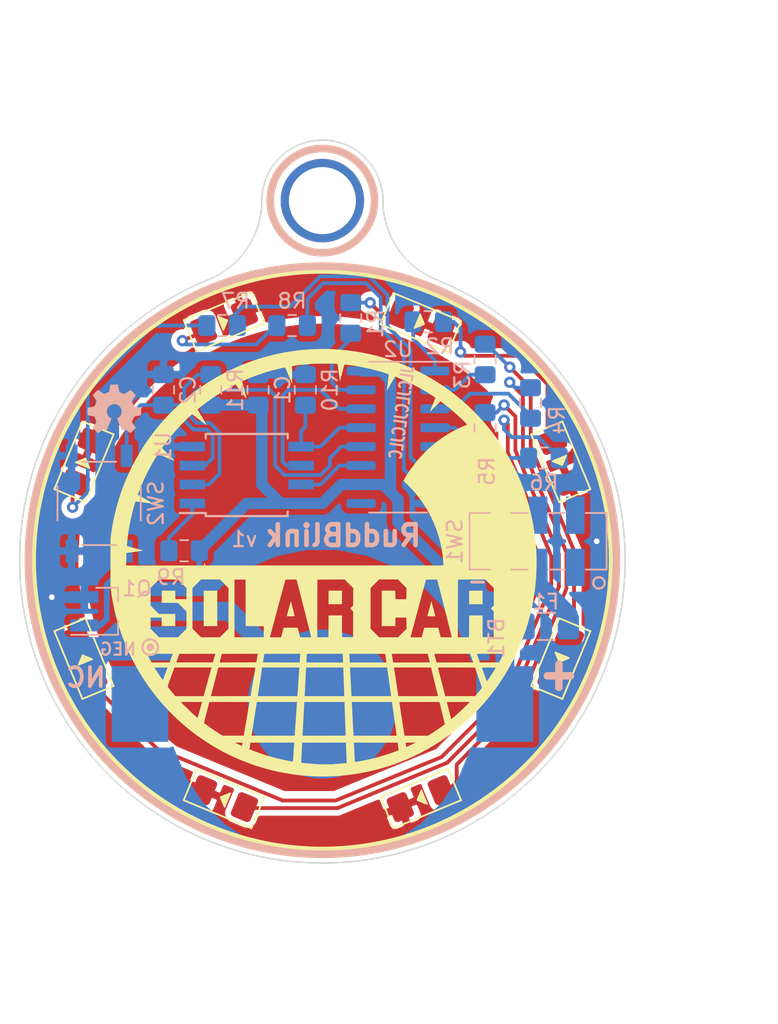
<source format=kicad_pcb>
(kicad_pcb (version 20211014) (generator pcbnew)
  (title_block (title "RuddBlink v1") (date "2019-10-31") (rev "A") (company "Ruddock House Electrical Engineering") (comment 1 "California Institute of Technology") (comment 2 "B.S. EE, Ruddock House, Class of 2020") (comment 3 "Ray Sun"))
  (layers (0 "F.Cu" signal) (31 "B.Cu" signal) (34 "B.Paste" user) (35 "F.Paste" user) (36 "B.SilkS" user "B.Silkscreen") (37 "F.SilkS" user "F.Silkscreen") (38 "B.Mask" user) (39 "F.Mask" user) (44 "Edge.Cuts" user))
  (net 0 "")
  (net 1 "GND")
  (net 2 "Net-(D1-Pad2)")
  (net 3 "Net-(D2-Pad2)")
  (net 4 "Net-(D3-Pad2)")
  (net 5 "Net-(D4-Pad2)")
  (net 6 "Net-(D5-Pad2)")
  (net 7 "Net-(D6-Pad2)")
  (net 8 "Net-(D7-Pad2)")
  (net 9 "Net-(D8-Pad2)")
  (net 10 "Net-(F1-Pad2)")
  (net 11 "Net-(SW1-Pad3)")
  (net 12 "Net-(U2-Pad9)")
  (net 13 "/BAT+")
  (net 14 "/BAT-")
  (net 15 "/USER")
  (net 16 "/RESET")
  (net 17 "/SER")
  (net 18 "/~{OE}")
  (net 19 "/RCLK")
  (net 20 "/SRCLK")
  (net 21 "VDD")
  (net 22 "/LED1")
  (net 23 "/LED2")
  (net 24 "/LED3")
  (net 25 "/LED4")
  (net 26 "/LED5")
  (net 27 "/LED6")
  (net 28 "/LED7")
  (net 29 "/LED8")
  (net 30 "Net-(H1-Pad1)")
  (net 31 "Net-(SW1-Pad6)")
  (net 32 "Net-(SW1-Pad5)")
  (net 33 "Net-(SW1-Pad4)")
  (footprint "ruddblink:LED_1206_Uniform_HandSolder" (layer "F.Cu") (at 126.238 107.696 -112.5)
    (fp_text reference "D7" hide)
    (fp_text value " 150120BS75000 ")
    (pad "1" smd roundrect locked (at -1.4875 0 247.5) (size 1.425 1.75) (layers "F.Cu" "F.Paste" "F.Mask") (roundrect_rratio 0.175439) (net 1 "GND"))
    (pad "2" smd roundrect locked (at 1.4875 0 247.5) (size 1.425 1.75) (layers "F.Cu" "F.Paste" "F.Mask") (roundrect_rratio 0.175439) (net 8 "Net-(D7-Pad2)"))
  )
  (footprint "ruddblink:LED_1206_Uniform_HandSolder" (layer "F.Cu") (at 148.844 130.302 22.5)
    (fp_text reference "D4" hide)
    (fp_text value " 150120BS75000 ")
    (pad "1" smd roundrect locked (at -1.4875 0 22.5) (size 1.425 1.75) (layers "F.Cu" "F.Paste" "F.Mask") (roundrect_rratio 0.175439) (net 1 "GND"))
    (pad "2" smd roundrect locked (at 1.4875 0 22.5) (size 1.425 1.75) (layers "F.Cu" "F.Paste" "F.Mask") (roundrect_rratio 0.175439) (net 5 "Net-(D4-Pad2)"))
  )
  (footprint "ruddblink:LED_1206_Uniform_HandSolder" (layer "F.Cu") (at 135.636 130.302 -22.5)
    (fp_text reference "D5" hide)
    (fp_text value " 150120BS75000 ")
    (pad "1" smd roundrect locked (at -1.4875 0 337.5) (size 1.425 1.75) (layers "F.Cu" "F.Paste" "F.Mask") (roundrect_rratio 0.175439) (net 1 "GND"))
    (pad "2" smd roundrect locked (at 1.4875 0 337.5) (size 1.425 1.75) (layers "F.Cu" "F.Paste" "F.Mask") (roundrect_rratio 0.175439) (net 6 "Net-(D5-Pad2)"))
  )
  (footprint "ruddblink:LED_1206_Uniform_HandSolder" (layer "F.Cu") (at 135.636 98.298 -157.5)
    (fp_text reference "D8" hide)
    (fp_text value " 150120BS75000 ")
    (pad "1" smd roundrect locked (at -1.4875 0 202.5) (size 1.425 1.75) (layers "F.Cu" "F.Paste" "F.Mask") (roundrect_rratio 0.175439) (net 1 "GND"))
    (pad "2" smd roundrect locked (at 1.4875 0 202.5) (size 1.425 1.75) (layers "F.Cu" "F.Paste" "F.Mask") (roundrect_rratio 0.175439) (net 9 "Net-(D8-Pad2)"))
  )
  (footprint "ruddblink:LED_1206_Uniform_HandSolder" (layer "F.Cu") (at 158.242 107.696 112.5)
    (fp_text reference "D2" hide)
    (fp_text value " 150120BS75000 ")
    (pad "1" smd roundrect locked (at -1.4875 0 112.5) (size 1.425 1.75) (layers "F.Cu" "F.Paste" "F.Mask") (roundrect_rratio 0.175439) (net 1 "GND"))
    (pad "2" smd roundrect locked (at 1.4875 0 112.5) (size 1.425 1.75) (layers "F.Cu" "F.Paste" "F.Mask") (roundrect_rratio 0.175439) (net 3 "Net-(D2-Pad2)"))
  )
  (footprint "ruddblink:LED_1206_Uniform_HandSolder" (layer "F.Cu") (at 158.242 120.904 67.5)
    (fp_text reference "D3" hide)
    (fp_text value " 150120BS75000 ")
    (pad "1" smd roundrect locked (at -1.4875 0 67.5) (size 1.425 1.75) (layers "F.Cu" "F.Paste" "F.Mask") (roundrect_rratio 0.175439) (net 1 "GND"))
    (pad "2" smd roundrect locked (at 1.4875 0 67.5) (size 1.425 1.75) (layers "F.Cu" "F.Paste" "F.Mask") (roundrect_rratio 0.175439) (net 4 "Net-(D3-Pad2)"))
  )
  (footprint "ruddblink:LED_1206_Uniform_HandSolder" (layer "F.Cu") (at 148.844 98.359242 157.5)
    (fp_text reference "D1" hide)
    (fp_text value " 150120BS75000 ")
    (pad "1" smd roundrect locked (at -1.4875 0 157.5) (size 1.425 1.75) (layers "F.Cu" "F.Paste" "F.Mask") (roundrect_rratio 0.175439) (net 1 "GND"))
    (pad "2" smd roundrect locked (at 1.4875 0 157.5) (size 1.425 1.75) (layers "F.Cu" "F.Paste" "F.Mask") (roundrect_rratio 0.175439) (net 2 "Net-(D1-Pad2)"))
  )
  (footprint "ruddblink:LED_1206_Uniform_HandSolder" (layer "F.Cu") (at 126.238 120.904 -67.5)
    (fp_text reference "D6" hide)
    (fp_text value " 150120BS75000 ")
    (pad "1" smd roundrect locked (at -1.4875 0 292.5) (size 1.425 1.75) (layers "F.Cu" "F.Paste" "F.Mask") (roundrect_rratio 0.175439) (net 1 "GND"))
    (pad "2" smd roundrect locked (at 1.4875 0 292.5) (size 1.425 1.75) (layers "F.Cu" "F.Paste" "F.Mask") (roundrect_rratio 0.175439) (net 7 "Net-(D6-Pad2)"))
  )
  (footprint "ruddblink:MountingHole_Keyring" (layer "F.Cu") (at 142.24 90.17)
    (fp_text reference "H1" hide)
    (fp_text value "KEYHOLE")
    (pad "1" thru_hole circle locked (at 0 0) (size 5.6 5.6) (drill 4.5) (layers *.Cu *.Mask) (net 30 "Net-(H1-Pad1)"))
  )
  (footprint "scsc_logo:sun+solar_mask_1in2" (layer "F.Cu") (at 142.367 114.554)
    (fp_text reference "G***" (at 10.8204 -2.0828) (layer "F.SilkS") (effects (font (size 1.524 1.524) (thickness 0.3))))
    (fp_text value "" hide)
  )
  (footprint "scsc_logo:background_reduced_silk_1in2" (layer "F.Cu") (at 142.367 114.554)
    (fp_text reference "G***" (at 10.6172 -3.175) (layer "F.SilkS") (effects (font (size 1.524 1.524) (thickness 0.3))))
    (fp_text value "" hide)
  )
  (footprint "Package_SO:SOIJ-8_5.3x5.3mm_P1.27mm" (layer "B.Cu") (at 137.16 108.585)
    (fp_text reference "U1" (at -5.588 -1.905 90) (layer "B.SilkS") (effects (justify mirror)))
    (fp_text value "ATtiny85V-10SU")
    (pad "1" smd rect locked (at -3.65 1.905) (size 1.7 0.65) (layers "B.Cu" "B.Paste" "B.Mask") (net 16 "/RESET"))
    (pad "2" smd rect locked (at -3.65 0.635) (size 1.7 0.65) (layers "B.Cu" "B.Paste" "B.Mask") (net 19 "/RCLK"))
    (pad "3" smd rect locked (at -3.65 -0.635) (size 1.7 0.65) (layers "B.Cu" "B.Paste" "B.Mask") (net 15 "/USER"))
    (pad "4" smd rect locked (at -3.65 -1.905) (size 1.7 0.65) (layers "B.Cu" "B.Paste" "B.Mask") (net 1 "GND"))
    (pad "5" smd rect locked (at 3.65 -1.905) (size 1.7 0.65) (layers "B.Cu" "B.Paste" "B.Mask") (net 18 "/~{OE}"))
    (pad "6" smd rect locked (at 3.65 -0.635) (size 1.7 0.65) (layers "B.Cu" "B.Paste" "B.Mask") (net 17 "/SER"))
    (pad "7" smd rect locked (at 3.65 0.635) (size 1.7 0.65) (layers "B.Cu" "B.Paste" "B.Mask") (net 20 "/SRCLK"))
    (pad "8" smd rect locked (at 3.65 1.905) (size 1.7 0.65) (layers "B.Cu" "B.Paste" "B.Mask") (net 21 "VDD"))
  )
  (footprint "Package_TO_SOT_SMD:SOT-23_Handsoldering" (layer "B.Cu") (at 127.762 117.729)
    (fp_text reference "Q1" (at 2.032 -1.524) (layer "B.SilkS") (effects (justify mirror)))
    (fp_text value " IRFML8244")
    (pad "1" smd rect locked (at -1.5 0.95) (size 1.9 0.8) (layers "B.Cu" "B.Paste" "B.Mask") (net 21 "VDD"))
    (pad "2" smd rect locked (at -1.5 -0.95) (size 1.9 0.8) (layers "B.Cu" "B.Paste" "B.Mask") (net 1 "GND"))
    (pad "3" smd rect locked (at 1.5 0) (size 1.9 0.8) (layers "B.Cu" "B.Paste" "B.Mask") (net 14 "/BAT-"))
  )
  (footprint "Resistor_SMD:R_0805_2012Metric_Pad1.15x1.40mm_HandSolder" (layer "B.Cu") (at 141.097 102.87 90)
    (fp_text reference "R10" (at 0 1.65 90) (layer "B.SilkS") (effects (justify mirror)))
    (fp_text value "10K")
    (pad "1" smd roundrect locked (at -1.025 0 90) (size 1.15 1.4) (layers "B.Cu" "B.Paste" "B.Mask") (roundrect_rratio 0.217391) (net 18 "/~{OE}"))
    (pad "2" smd roundrect locked (at 1.025 0 90) (size 1.15 1.4) (layers "B.Cu" "B.Paste" "B.Mask") (roundrect_rratio 0.217) (net 1 "GND") (clearance 0.000203))
  )
  (footprint "ruddblink:BatteryHolder_Keystone_3034_Wide" (layer "B.Cu") (at 142.24 123.952 180)
    (fp_text reference "BT1" (at -11.684 4.445 90) (layer "B.SilkS") (effects (justify mirror)))
    (fp_text value "3034")
    (pad "1" smd rect locked (at -12.2428 0 180) (size 3.81 5.08) (layers "B.Cu" "B.Paste" "B.Mask") (net 13 "/BAT+"))
    (pad "1" smd rect locked (at 12.2428 0 180) (size 3.81 5.08) (layers "B.Cu" "B.Paste" "B.Mask") (net 13 "/BAT+"))
    (pad "2" smd circle locked (at 0 0 180) (size 10 10) (layers "B.Cu" "B.Paste" "B.Mask") (net 14 "/BAT-") (clearance 5.334))
  )
  (footprint "ruddblink:SW_Push_PTS526" (layer "B.Cu") (at 127.254 110.49 90)
    (fp_text reference "SW2" (at 0 3.81 90) (layer "B.SilkS") (effects (justify mirror)))
    (fp_text value "PTS526 SK15 SMTR2 LFS ")
    (pad "1" smd rect locked (at -3.2 1.85 90) (size 1.5 0.8) (layers "B.Cu" "B.Paste" "B.Mask") (net 15 "/USER"))
    (pad "1" smd rect locked (at 3.2 1.85 90) (size 1.5 0.8) (layers "B.Cu" "B.Paste" "B.Mask") (net 15 "/USER"))
    (pad "2" smd rect locked (at -3.2 -1.85 90) (size 1.5 0.8) (layers "B.Cu" "B.Paste" "B.Mask") (net 1 "GND"))
    (pad "2" smd rect locked (at 3.2 -1.85 90) (size 1.5 0.8) (layers "B.Cu" "B.Paste" "B.Mask") (net 1 "GND"))
  )
  (footprint "Resistor_SMD:R_0805_2012Metric_Pad1.15x1.40mm_HandSolder" (layer "B.Cu") (at 157.108 107.442)
    (fp_text reference "R6" (at 0 1.65) (layer "B.SilkS") (effects (justify mirror)))
    (fp_text value "R")
    (pad "1" smd roundrect locked (at -1.025 0) (size 1.15 1.4) (layers "B.Cu" "B.Paste" "B.Mask") (roundrect_rratio 0.217391) (net 27 "/LED6"))
    (pad "2" smd roundrect locked (at 1.025 0) (size 1.15 1.4) (layers "B.Cu" "B.Paste" "B.Mask") (roundrect_rratio 0.217391) (net 7 "Net-(D6-Pad2)"))
  )
  (footprint "Resistor_SMD:R_0805_2012Metric_Pad1.15x1.40mm_HandSolder" (layer "B.Cu") (at 153.162 105.419 90)
    (fp_text reference "R5" (at -2.912 0.127 90) (layer "B.SilkS") (effects (justify mirror)))
    (fp_text value "R")
    (pad "1" smd roundrect locked (at -1.025 0 90) (size 1.15 1.4) (layers "B.Cu" "B.Paste" "B.Mask") (roundrect_rratio 0.217391) (net 26 "/LED5"))
    (pad "2" smd roundrect locked (at 1.025 0 90) (size 1.15 1.4) (layers "B.Cu" "B.Paste" "B.Mask") (roundrect_rratio 0.217391) (net 6 "Net-(D5-Pad2)"))
  )
  (footprint "Capacitor_SMD:C_0805_2012Metric_Pad1.15x1.40mm_HandSolder" (layer "B.Cu") (at 137.922 102.87 90)
    (fp_text reference "C1" (at 0 1.65 90) (layer "B.SilkS") (effects (justify mirror)))
    (fp_text value "0.1uF")
    (pad "1" smd roundrect locked (at -1.025 0 90) (size 1.15 1.4) (layers "B.Cu" "B.Paste" "B.Mask") (roundrect_rratio 0.217391) (net 21 "VDD"))
    (pad "2" smd roundrect locked (at 1.025 0 90) (size 1.15 1.4) (layers "B.Cu" "B.Paste" "B.Mask") (roundrect_rratio 0.217391) (net 1 "GND"))
  )
  (footprint "Resistor_SMD:R_0805_2012Metric_Pad1.15x1.40mm_HandSolder" (layer "B.Cu") (at 156.21 103.75 90)
    (fp_text reference "R4" (at -1.152 1.778 90) (layer "B.SilkS") (effects (justify mirror)))
    (fp_text value "R")
    (pad "1" smd roundrect locked (at -1.025 0 90) (size 1.15 1.4) (layers "B.Cu" "B.Paste" "B.Mask") (roundrect_rratio 0.217391) (net 25 "/LED4"))
    (pad "2" smd roundrect locked (at 1.025 0 90) (size 1.15 1.4) (layers "B.Cu" "B.Paste" "B.Mask") (roundrect_rratio 0.217391) (net 5 "Net-(D4-Pad2)"))
  )
  (footprint "Resistor_SMD:R_0805_2012Metric_Pad1.15x1.40mm_HandSolder" (layer "B.Cu") (at 134.747 102.87 90)
    (fp_text reference "R11" (at 0 1.65 90) (layer "B.SilkS") (effects (justify mirror)))
    (fp_text value "10K")
    (pad "1" smd roundrect locked (at -1.025 0 90) (size 1.15 1.4) (layers "B.Cu" "B.Paste" "B.Mask") (roundrect_rratio 0.217391) (net 21 "VDD"))
    (pad "2" smd roundrect locked (at 1.025 0 90) (size 1.15 1.4) (layers "B.Cu" "B.Paste" "B.Mask") (roundrect_rratio 0.217391) (net 15 "/USER"))
  )
  (footprint "Resistor_SMD:R_0805_2012Metric_Pad1.15x1.40mm_HandSolder" (layer "B.Cu") (at 132.96 113.665 180)
    (fp_text reference "R9" (at 0.88 -1.778) (layer "B.SilkS") (effects (justify mirror)))
    (fp_text value "10K")
    (pad "1" smd roundrect locked (at -1.025 0 180) (size 1.15 1.4) (layers "B.Cu" "B.Paste" "B.Mask") (roundrect_rratio 0.217391) (net 21 "VDD"))
    (pad "2" smd roundrect locked (at 1.025 0 180) (size 1.15 1.4) (layers "B.Cu" "B.Paste" "B.Mask") (roundrect_rratio 0.217391) (net 16 "/RESET"))
  )
  (footprint "Resistor_SMD:R_0805_2012Metric_Pad1.15x1.40mm_HandSolder" (layer "B.Cu") (at 149.343 98.298)
    (fp_text reference "R2" (at 0.771 1.651) (layer "B.SilkS") (effects (justify mirror)))
    (fp_text value "R")
    (pad "1" smd roundrect locked (at -1.025 0) (size 1.15 1.4) (layers "B.Cu" "B.Paste" "B.Mask") (roundrect_rratio 0.217391) (net 23 "/LED2"))
    (pad "2" smd roundrect locked (at 1.025 0) (size 1.15 1.4) (layers "B.Cu" "B.Paste" "B.Mask") (roundrect_rratio 0.217391) (net 3 "Net-(D2-Pad2)"))
  )
  (footprint "Resistor_SMD:R_0805_2012Metric_Pad1.15x1.40mm_HandSolder" (layer "B.Cu") (at 135.509 98.552 180)
    (fp_text reference "R7" (at -0.889 1.65) (layer "B.SilkS") (effects (justify mirror)))
    (fp_text value "R")
    (pad "1" smd roundrect locked (at -1.025 0 180) (size 1.15 1.4) (layers "B.Cu" "B.Paste" "B.Mask") (roundrect_rratio 0.217391) (net 28 "/LED7"))
    (pad "2" smd roundrect locked (at 1.025 0 180) (size 1.15 1.4) (layers "B.Cu" "B.Paste" "B.Mask") (roundrect_rratio 0.217391) (net 8 "Net-(D7-Pad2)"))
  )
  (footprint "Package_SO:SOIC-16_3.9x9.9mm_P1.27mm" (layer "B.Cu") (at 147.32 106.045 180)
    (fp_text reference "U2" (at 0 5.9) (layer "B.SilkS") (effects (justify mirror)))
    (fp_text value "74HC595")
    (pad "1" smd roundrect locked (at -2.475 4.445 180) (size 1.95 0.6) (layers "B.Cu" "B.Paste" "B.Mask") (net 23 "/LED2"))
    (pad "2" smd roundrect locked (at -2.475 3.175 180) (size 1.95 0.6) (layers "B.Cu" "B.Paste" "B.Mask") (net 24 "/LED3"))
    (pad "3" smd roundrect locked (at -2.475 1.905 180) (size 1.95 0.6) (layers "B.Cu" "B.Paste" "B.Mask") (net 25 "/LED4"))
    (pad "4" smd roundrect locked (at -2.475 0.635 180) (size 1.95 0.6) (layers "B.Cu" "B.Paste" "B.Mask") (net 26 "/LED5"))
    (pad "5" smd roundrect locked (at -2.475 -0.635 180) (size 1.95 0.6) (layers "B.Cu" "B.Paste" "B.Mask") (net 27 "/LED6"))
    (pad "6" smd roundrect locked (at -2.475 -1.905 180) (size 1.95 0.6) (layers "B.Cu" "B.Paste" "B.Mask") (net 28 "/LED7"))
    (pad "7" smd roundrect locked (at -2.475 -3.175 180) (size 1.95 0.6) (layers "B.Cu" "B.Paste" "B.Mask") (net 29 "/LED8"))
    (pad "8" smd roundrect locked (at -2.475 -4.445 180) (size 1.95 0.6) (layers "B.Cu" "B.Paste" "B.Mask") (net 1 "GND"))
    (pad "9" smd roundrect locked (at 2.475 -4.445 180) (size 1.95 0.6) (layers "B.Cu" "B.Paste" "B.Mask") (net 12 "Net-(U2-Pad9)"))
    (pad "10" smd roundrect locked (at 2.475 -3.175 180) (size 1.95 0.6) (layers "B.Cu" "B.Paste" "B.Mask") (net 21 "VDD"))
    (pad "11" smd roundrect locked (at 2.475 -1.905 180) (size 1.95 0.6) (layers "B.Cu" "B.Paste" "B.Mask") (net 20 "/SRCLK"))
    (pad "12" smd roundrect locked (at 2.475 -0.635 180) (size 1.95 0.6) (layers "B.Cu" "B.Paste" "B.Mask") (net 19 "/RCLK"))
    (pad "13" smd roundrect locked (at 2.475 0.635 180) (size 1.95 0.6) (layers "B.Cu" "B.Paste" "B.Mask") (net 18 "/~{OE}"))
    (pad "14" smd roundrect locked (at 2.475 1.905 180) (size 1.95 0.6) (layers "B.Cu" "B.Paste" "B.Mask") (net 17 "/SER"))
    (pad "15" smd roundrect locked (at 2.475 3.175 180) (size 1.95 0.6) (layers "B.Cu" "B.Paste" "B.Mask") (net 22 "/LED1"))
    (pad "16" smd roundrect locked (at 2.475 4.445 180) (size 1.95 0.6) (layers "B.Cu" "B.Paste" "B.Mask") (net 21 "VDD"))
  )
  (footprint "Resistor_SMD:R_0805_2012Metric_Pad1.15x1.40mm_HandSolder" (layer "B.Cu") (at 144.145 98.044 90)
    (fp_text reference "R1" (at -0.381 1.651 90) (layer "B.SilkS") (effects (justify mirror)))
    (fp_text value "R")
    (pad "1" smd roundrect locked (at -1.025 0 90) (size 1.15 1.4) (layers "B.Cu" "B.Paste" "B.Mask") (roundrect_rratio 0.217391) (net 22 "/LED1"))
    (pad "2" smd roundrect locked (at 1.025 0 90) (size 1.15 1.4) (layers "B.Cu" "B.Paste" "B.Mask") (roundrect_rratio 0.217391) (net 2 "Net-(D1-Pad2)"))
  )
  (footprint "Resistor_SMD:R_0805_2012Metric_Pad1.15x1.40mm_HandSolder" (layer "B.Cu") (at 153.162 100.829 90)
    (fp_text reference "R3" (at -1.025 -1.524 90) (layer "B.SilkS") (effects (justify mirror)))
    (fp_text value "R")
    (pad "1" smd roundrect locked (at -1.025 0 90) (size 1.15 1.4) (layers "B.Cu" "B.Paste" "B.Mask") (roundrect_rratio 0.217391) (net 24 "/LED3"))
    (pad "2" smd roundrect locked (at 1.025 0 90) (size 1.15 1.4) (layers "B.Cu" "B.Paste" "B.Mask") (roundrect_rratio 0.217391) (net 4 "Net-(D3-Pad2)"))
  )
  (footprint "Resistor_SMD:R_0805_2012Metric_Pad1.15x1.40mm_HandSolder" (layer "B.Cu") (at 140.208 98.552 180)
    (fp_text reference "R8" (at 0 1.65 180) (layer "B.SilkS") (effects (justify mirror)))
    (fp_text value "R")
    (pad "1" smd roundrect locked (at -1.025 0 180) (size 1.15 1.4) (layers "B.Cu" "B.Paste" "B.Mask") (roundrect_rratio 0.217391) (net 29 "/LED8"))
    (pad "2" smd roundrect locked (at 1.025 0 180) (size 1.15 1.4) (layers "B.Cu" "B.Paste" "B.Mask") (roundrect_rratio 0.217391) (net 9 "Net-(D8-Pad2)"))
  )
  (footprint "Fuse:Fuse_1206_3216Metric_Pad1.42x1.75mm_HandSolder" (layer "B.Cu") (at 157.2625 118.745)
    (fp_text reference "F1" (at -0.0365 -1.651) (layer "B.SilkS") (effects (justify mirror)))
    (fp_text value " 0ZCJ0005FF2E ")
    (pad "1" smd roundrect locked (at -1.4875 0) (size 1.425 1.75) (layers "B.Cu" "B.Paste" "B.Mask") (roundrect_rratio 0.175439) (net 13 "/BAT+"))
    (pad "2" smd roundrect locked (at 1.4875 0) (size 1.425 1.75) (layers "B.Cu" "B.Paste" "B.Mask") (roundrect_rratio 0.175439) (net 10 "Net-(F1-Pad2)"))
  )
  (footprint "Capacitor_SMD:C_0805_2012Metric_Pad1.15x1.40mm_HandSolder" (layer "B.Cu") (at 131.572 102.87 90)
    (fp_text reference "C2" (at 0 1.65 90) (layer "B.SilkS") (effects (justify mirror)))
    (fp_text value "0.1uF")
    (pad "1" smd roundrect locked (at -1.025 0 90) (size 1.15 1.4) (layers "B.Cu" "B.Paste" "B.Mask") (roundrect_rratio 0.217391) (net 15 "/USER"))
    (pad "2" smd roundrect locked (at 1.025 0 90) (size 1.15 1.4) (layers "B.Cu" "B.Paste" "B.Mask") (roundrect_rratio 0.217) (net 1 "GND") (clearance 0.2032))
  )
  (footprint "ruddblink:OSHW-Symbol_140mil" (layer "B.Cu") (at 128.27 104.14 180)
    (fp_text reference "G***" hide)
    (fp_text value "LOGO" hide)
  )
  (footprint "ruddblink:SW_SPDT_CK-JS202011JCQN" (layer "B.Cu") (at 156.718 113.03)
    (fp_text reference "SW1" (at -5.588 0 90) (layer "B.SilkS") (effects (justify mirror)))
    (fp_text value "JS202011JCQN" hide)
    (pad "1" smd rect locked (at -2.5 1.75) (size 1.25 2.5) (layers "B.Cu" "B.Paste" "B.Mask") (net 21 "VDD"))
    (pad "2" smd rect locked (at 0 1.75) (size 1.25 2.5) (layers "B.Cu" "B.Paste" "B.Mask") (net 10 "Net-(F1-Pad2)"))
    (pad "3" smd rect locked (at 2.5 1.75) (size 1.25 2.5) (layers "B.Cu" "B.Paste" "B.Mask") (net 11 "Net-(SW1-Pad3)"))
    (pad "4" smd rect locked (at -2.5 -1.75) (size 1.25 2.5) (layers "B.Cu" "B.Paste" "B.Mask" "Dwgs.User") (net 33 "Net-(SW1-Pad4)"))
    (pad "5" smd rect locked (at 0 -1.75) (size 1.25 2.5) (layers "B.Cu" "B.Paste" "B.Mask") (net 32 "Net-(SW1-Pad5)"))
    (pad "6" smd rect locked (at 2.5 -1.75) (size 1.25 2.5) (layers "B.Cu" "B.Paste" "B.Mask") (net 31 "Net-(SW1-Pad6)"))
  )
  (gr_circle (center 142.24 90.17) (end 145.74 90.17) (layer "B.SilkS") (width 0.508) (fill none))
  (gr_circle (center 142.24 114.3) (end 161.9758 114.3) (layer "B.SilkS") (width 0.508) (fill none))
  (gr_circle (center 130.683 120.142) (end 130.175 120.269) (layer "B.SilkS") (width 0.15) (fill none))
  (gr_circle (center 130.683 120.142) (end 130.81 120.142) (layer "B.SilkS") (width 0.254) (fill none))
  (gr_circle (center 160.802609 115.824) (end 161.183609 115.824) (layer "B.SilkS") (width 0.15) (fill none))
  (gr_circle (center 142.24 90.17) (end 145.74 90.17) (layer "F.SilkS") (width 0.508) (fill none))
  (gr_circle (center 142.24 114.3) (end 161.8488 114.3) (layer "F.SilkS") (width 0.762) (fill none))
  (gr_arc (start 138.176 90.17) (mid 142.24 86.106) (end 146.304 90.17) (layer "Edge.Cuts") (width 0.1))
  (gr_arc (start 138.176 90.17) (mid 137.168055 93.41112) (end 134.499758 95.508979) (layer "Edge.Cuts") (width 0.1))
  (gr_arc (start 149.984487 95.510597) (mid 147.313234 93.412991) (end 146.304 90.17) (layer "Edge.Cuts") (width 0.1))
  (gr_arc (start 149.98444 95.510709) (mid 142.237728 134.622739) (end 134.499758 95.508979) (layer "Edge.Cuts") (width 0.1))
  (gr_text "v1" (at 136.99744 112.8903) (layer "B.SilkS") (effects (font (size 1.016 1.016) (thickness 0.1524)) (justify mirror)))
  (gr_text "+" (at 158.115 121.92) (layer "B.SilkS") (effects (font (size 2.032 2.032) (thickness 0.508)) (justify mirror)))
  (gr_text "JLCJLCJLCJLC" (at 147.574 104.394 82) (layer "B.SilkS") (effects (font (size 0.8128 0.6096) (thickness 0.1524)) (justify mirror)))
  (gr_text "NC" (at 126.365 122.174) (layer "B.SilkS") (effects (font (size 1.27 1.27) (thickness 0.254)) (justify mirror)))
  (gr_text "NEG" (at 128.524 120.269) (layer "B.SilkS") (effects (font (size 0.8128 0.8128) (thickness 0.1524)) (justify mirror)))
  (gr_text "-" (at 152.654 115.697) (layer "B.SilkS") (effects (font (size 1.016 1.016) (thickness 0.2032)) (justify mirror)))
  (gr_text "RuddBlink" (at 143.637 112.649) (layer "B.SilkS") (effects (font (size 1.397 1.397) (thickness 0.3048)) (justify mirror)))
  (via (at 160.655 113.03) (size 0.762) (drill 0.381) (layers "F.Cu" "B.Cu") (net 1))
  (via (at 124.079 116.779) (size 0.762) (drill 0.381) (layers "F.Cu" "B.Cu") (net 1))
  (segment (start 126.262 116.779) (end 124.079 116.779) (width 0.762) (layer "B.Cu") (net 1))
  (segment (start 147.447 97.79) (end 146.207835 97.79) (width 0.254) (layer "F.Cu") (net 2))
  (segment (start 146.207835 97.79) (end 145.826834 97.408999) (width 0.254) (layer "F.Cu") (net 2))
  (segment (start 145.826834 97.408999) (end 145.445835 97.028) (width 0.254) (layer "F.Cu") (net 2))
  (via (at 145.445835 97.028) (size 0.762) (drill 0.381) (layers "F.Cu" "B.Cu") (net 2))
  (segment (start 145.436835 97.019) (end 145.445835 97.028) (width 0.254) (layer "B.Cu") (net 2))
  (segment (start 144.145 97.019) (end 145.436835 97.019) (width 0.254) (layer "B.Cu") (net 2))
  (segment (start 151.511 100.33) (end 151.765 100.584) (width 0.254) (layer "F.Cu") (net 3))
  (segment (start 157.353 106.045) (end 157.607 106.299) (width 0.254) (layer "F.Cu") (net 3))
  (segment (start 155.448 100.584) (end 157.353 102.489) (width 0.254) (layer "F.Cu") (net 3))
  (segment (start 151.765 100.584) (end 155.448 100.584) (width 0.254) (layer "F.Cu") (net 3))
  (segment (start 157.353 102.489) (end 157.353 106.045) (width 0.254) (layer "F.Cu") (net 3))
  (via (at 151.511 100.33) (size 0.762) (drill 0.381) (layers "F.Cu" "B.Cu") (net 3))
  (segment (start 151.043 98.298) (end 151.511 98.766) (width 0.254) (layer "B.Cu") (net 3))
  (segment (start 151.511 98.766) (end 151.511 100.33) (width 0.254) (layer "B.Cu") (net 3))
  (segment (start 150.368 98.298) (end 151.043 98.298) (width 0.254) (layer "B.Cu") (net 3))
  (segment (start 158.877 119.634) (end 159.131 119.38) (width 0.254) (layer "F.Cu") (net 4))
  (segment (start 156.224598 102.7525) (end 154.818098 101.346) (width 0.254) (layer "F.Cu") (net 4))
  (segment (start 156.224598 106.665402) (end 156.224598 102.7525) (width 0.254) (layer "F.Cu") (net 4))
  (segment (start 159.131 119.38) (end 159.131 113.665) (width 0.254) (layer "F.Cu") (net 4))
  (segment (start 159.131 113.665) (end 156.224598 106.665402) (width 0.254) (layer "F.Cu") (net 4))
  (via (at 154.818098 101.346) (size 0.762) (drill 0.381) (layers "F.Cu" "B.Cu") (net 4))
  (segment (start 153.28 99.813) (end 154.813 101.346) (width 0.254) (layer "B.Cu") (net 4))
  (segment (start 154.813 101.346) (end 154.818098 101.346) (width 0.254) (layer "B.Cu") (net 4))
  (segment (start 153.162 99.813) (end 153.28 99.813) (width 0.254) (layer "B.Cu") (net 4))
  (segment (start 155.540254 123.663254) (end 158.623 116.205) (width 0.254) (layer "F.Cu") (net 5))
  (segment (start 151.257 128.016) (end 155.540254 123.663254) (width 0.254) (layer "F.Cu") (net 5))
  (segment (start 150.368 130.048) (end 151.257 129.159) (width 0.254) (layer "F.Cu") (net 5))
  (segment (start 158.623 113.792) (end 155.702 106.807) (width 0.254) (layer "F.Cu") (net 5))
  (segment (start 151.257 129.159) (end 151.257 128.016) (width 0.254) (layer "F.Cu") (net 5))
  (segment (start 155.702 103.251) (end 154.813 102.362) (width 0.254) (layer "F.Cu") (net 5))
  (segment (start 155.702 106.807) (end 155.702 103.251) (width 0.254) (layer "F.Cu") (net 5))
  (segment (start 158.623 116.205) (end 158.623 113.792) (width 0.254) (layer "F.Cu") (net 5))
  (via (at 154.813 102.362) (size 0.762) (drill 0.381) (layers "F.Cu" "B.Cu") (net 5))
  (segment (start 156.21 102.725) (end 155.282083 102.725) (width 0.254) (layer "B.Cu") (net 5))
  (segment (start 155.176 102.725) (end 154.813 102.362) (width 0.254) (layer "B.Cu") (net 5))
  (segment (start 155.282083 102.725) (end 155.176 102.725) (width 0.254) (layer "B.Cu") (net 5))
  (segment (start 158.115 113.919) (end 155.194 106.934) (width 0.254) (layer "F.Cu") (net 6))
  (segment (start 155.194 106.934) (end 155.194 104.64799) (width 0.254) (layer "F.Cu") (net 6))
  (segment (start 150.622 127.889) (end 155.067 123.444) (width 0.254) (layer "F.Cu") (net 6))
  (segment (start 143.256 130.937) (end 150.622 127.889) (width 0.254) (layer "F.Cu") (net 6))
  (segment (start 158.115 116.078) (end 158.115 113.919) (width 0.254) (layer "F.Cu") (net 6))
  (segment (start 136.652 130.937) (end 143.256 130.937) (width 0.254) (layer "F.Cu") (net 6))
  (segment (start 154.812999 104.266989) (end 154.432 103.88599) (width 0.254) (layer "F.Cu") (net 6))
  (segment (start 155.067 123.444) (end 158.115 116.078) (width 0.254) (layer "F.Cu") (net 6))
  (segment (start 155.194 104.64799) (end 154.812999 104.266989) (width 0.254) (layer "F.Cu") (net 6))
  (via (at 154.432 103.88599) (size 0.762) (drill 0.381) (layers "F.Cu" "B.Cu") (net 6))
  (segment (start 154.051001 104.266989) (end 154.432 103.88599) (width 0.254) (layer "B.Cu") (net 6))
  (segment (start 153.92399 104.394) (end 154.051001 104.266989) (width 0.254) (layer "B.Cu") (net 6))
  (segment (start 153.035 104.394) (end 153.92399 104.394) (width 0.254) (layer "B.Cu") (net 6))
  (segment (start 157.607 115.951) (end 154.686 123.063) (width 0.254) (layer "F.Cu") (net 7))
  (segment (start 154.434629 104.904629) (end 154.686 105.156) (width 0.254) (layer "F.Cu") (net 7))
  (segment (start 143.129 130.429) (end 139.573 130.429) (width 0.254) (layer "F.Cu") (net 7))
  (segment (start 126.746 122.555) (end 126.746 122.682) (width 0.254) (layer "F.Cu") (net 7))
  (segment (start 154.686 107.061) (end 157.607 114.046) (width 0.254) (layer "F.Cu") (net 7))
  (segment (start 154.686 123.063) (end 150.241 127.508) (width 0.254) (layer "F.Cu") (net 7))
  (segment (start 154.686 105.156) (end 154.686 107.061) (width 0.254) (layer "F.Cu") (net 7))
  (segment (start 139.573 130.429) (end 131.130388 126.939388) (width 0.254) (layer "F.Cu") (net 7))
  (segment (start 131.130388 126.939388) (end 126.746 122.555) (width 0.254) (layer "F.Cu") (net 7))
  (segment (start 157.607 114.046) (end 157.607 115.951) (width 0.254) (layer "F.Cu") (net 7))
  (segment (start 150.241 127.508) (end 143.129 130.429) (width 0.254) (layer "F.Cu") (net 7))
  (via (at 154.432 104.902) (size 0.762) (drill 0.381) (layers "F.Cu" "B.Cu") (net 7))
  (segment (start 158.133 107.442) (end 156.736 106.045) (width 0.254) (layer "B.Cu") (net 7))
  (segment (start 156.736 106.045) (end 154.956227 106.045) (width 0.254) (layer "B.Cu") (net 7))
  (segment (start 154.956227 106.045) (end 154.432 105.520773) (width 0.254) (layer "B.Cu") (net 7))
  (segment (start 154.432 105.520773) (end 154.432 104.902) (width 0.254) (layer "B.Cu") (net 7))
  (segment (start 125.476 109.263029) (end 125.476 110.744) (width 0.254) (layer "F.Cu") (net 8))
  (segment (start 125.668758 109.070271) (end 125.476 109.263029) (width 0.254) (layer "F.Cu") (net 8))
  (via (at 125.476 110.744) (size 0.762) (drill 0.381) (layers "F.Cu" "B.Cu") (net 8))
  (segment (start 130.8735 98.552) (end 126.492 102.9335) (width 0.254) (layer "B.Cu") (net 8))
  (segment (start 125.856999 110.363001) (end 125.476 110.744) (width 0.254) (layer "B.Cu") (net 8))
  (segment (start 134.357 98.806) (end 134.493 98.67) (width 0.254) (layer "B.Cu") (net 8))
  (segment (start 134.493 98.552) (end 130.8735 98.552) (width 0.254) (layer "B.Cu") (net 8))
  (segment (start 126.492 102.9335) (end 126.492 109.728) (width 0.254) (layer "B.Cu") (net 8))
  (segment (start 126.492 109.728) (end 125.856999 110.363001) (width 0.254) (layer "B.Cu") (net 8))
  (segment (start 134.366 99.441) (end 134.366 98.933) (width 0.254) (layer "F.Cu") (net 9))
  (segment (start 134.62 98.806) (end 132.842 99.568) (width 0.254) (layer "F.Cu") (net 9))
  (segment (start 134.261729 98.867242) (end 134.62 98.806) (width 0.254) (layer "F.Cu") (net 9))
  (via (at 132.842 99.568) (size 0.762) (drill 0.381) (layers "F.Cu" "B.Cu") (net 9))
  (segment (start 139.065 98.552) (end 137.795055 99.821945) (width 0.254) (layer "B.Cu") (net 9))
  (segment (start 137.795055 99.821945) (end 133.095945 99.821945) (width 0.254) (layer "B.Cu") (net 9))
  (segment (start 133.095945 99.821945) (end 132.842 99.568) (width 0.254) (layer "B.Cu") (net 9))
  (segment (start 158.75 117.983) (end 158.75 118.745) (width 1.27) (layer "B.Cu") (net 10))
  (segment (start 156.845 116.078) (end 158.75 117.983) (width 1.27) (layer "B.Cu") (net 10))
  (segment (start 156.718 115.951) (end 156.718 114.808) (width 1.27) (layer "B.Cu") (net 10))
  (segment (start 156.845 116.078) (end 156.718 115.951) (width 1.27) (layer "B.Cu") (net 10))
  (segment (start 154.4828 119.9642) (end 155.702 118.745) (width 1.27) (layer "B.Cu") (net 13))
  (segment (start 155.702 118.999) (end 155.702 118.872) (width 0.762) (layer "B.Cu") (net 13))
  (segment (start 154.4828 123.952) (end 154.4828 119.9642) (width 1.27) (layer "B.Cu") (net 13))
  (segment (start 136.017 117.729) (end 142.24 123.952) (width 1.27) (layer "B.Cu") (net 14))
  (segment (start 129.262 117.729) (end 136.017 117.729) (width 1.27) (layer "B.Cu") (net 14))
  (segment (start 133.477 107.95) (end 134.366 107.95) (width 0.254) (layer "B.Cu") (net 15))
  (segment (start 133.592407 105.537) (end 132.969 104.913593) (width 0.254) (layer "B.Cu") (net 15))
  (segment (start 134.366 107.95) (end 134.874 107.442) (width 0.254) (layer "B.Cu") (net 15))
  (segment (start 133.858 101.854) (end 134.747 101.854) (width 0.254) (layer "B.Cu") (net 15))
  (segment (start 134.874 107.442) (end 134.874 105.918) (width 0.254) (layer "B.Cu") (net 15))
  (segment (start 130.048 103.886) (end 129.104 104.83) (width 0.254) (layer "B.Cu") (net 15))
  (segment (start 132.969 104.902) (end 132.969 102.743) (width 0.254) (layer "B.Cu") (net 15))
  (segment (start 132.969 104.267) (end 132.588 103.886) (width 0.254) (layer "B.Cu") (net 15))
  (segment (start 134.493 105.537) (end 133.592407 105.537) (width 0.254) (layer "B.Cu") (net 15))
  (segment (start 132.969 102.743) (end 133.858 101.854) (width 0.254) (layer "B.Cu") (net 15))
  (segment (start 134.874 105.918) (end 134.493 105.537) (width 0.254) (layer "B.Cu") (net 15))
  (segment (start 132.588 103.886) (end 130.048 103.886) (width 0.254) (layer "B.Cu") (net 15))
  (segment (start 129.104 104.83) (end 129.104 107.29) (width 0.254) (layer "B.Cu") (net 15))
  (segment (start 133.51 110.49) (end 133.51 111.219) (width 0.254) (layer "B.Cu") (net 16))
  (segment (start 131.953 112.776) (end 131.953 113.538) (width 0.254) (layer "B.Cu") (net 16))
  (segment (start 131.953 113.538) (end 131.953 113.792) (width 0.254) (layer "B.Cu") (net 16))
  (segment (start 133.51 111.219) (end 131.953 112.776) (width 0.254) (layer "B.Cu") (net 16))
  (segment (start 142.113 102.87) (end 143.383 104.14) (width 0.254) (layer "B.Cu") (net 17))
  (segment (start 139.833 107.95) (end 139.573 107.69) (width 0.254) (layer "B.Cu") (net 17))
  (segment (start 139.573 107.69) (end 139.573 103.251) (width 0.254) (layer "B.Cu") (net 17))
  (segment (start 140.81 107.95) (end 139.833 107.95) (width 0.254) (layer "B.Cu") (net 17))
  (segment (start 143.383 104.14) (end 144.845 104.14) (width 0.254) (layer "B.Cu") (net 17))
  (segment (start 139.573 103.251) (end 139.954 102.87) (width 0.254) (layer "B.Cu") (net 17))
  (segment (start 139.954 102.87) (end 142.113 102.87) (width 0.254) (layer "B.Cu") (net 17))
  (segment (start 144.78 105.41) (end 143.383 105.41) (width 0.254) (layer "B.Cu") (net 18))
  (segment (start 140.09 106.562) (end 140.208 106.68) (width 0.254) (layer "B.Cu") (net 18))
  (segment (start 143.383 105.41) (end 142.113 106.68) (width 0.254) (layer "B.Cu") (net 18))
  (segment (start 140.81 105.6335) (end 140.81 106.68) (width 0.254) (layer "B.Cu") (net 18))
  (segment (start 141.097 105.3465) (end 140.81 105.6335) (width 0.254) (layer "B.Cu") (net 18))
  (segment (start 141.097 103.886) (end 141.097 105.3465) (width 0.254) (layer "B.Cu") (net 18))
  (segment (start 142.113 106.68) (end 140.462 106.68) (width 0.254) (layer "B.Cu") (net 18))
  (segment (start 142.748 107.95) (end 142.113 108.585) (width 0.254) (layer "B.Cu") (net 19))
  (segment (start 143.51 106.68) (end 142.748 107.442) (width 0.254) (layer "B.Cu") (net 19))
  (segment (start 142.748 107.442) (end 142.748 107.95) (width 0.254) (layer "B.Cu") (net 19))
  (segment (start 139.065 103.251) (end 138.684 102.87) (width 0.254) (layer "B.Cu") (net 19))
  (segment (start 134.682382 105.079789) (end 135.331211 105.728618) (width 0.254) (layer "B.Cu") (net 19))
  (segment (start 134.62 109.22) (end 133.477 109.22) (width 0.254) (layer "B.Cu") (net 19))
  (segment (start 139.7 108.585) (end 139.065 107.95) (width 0.254) (layer "B.Cu") (net 19))
  (segment (start 144.845 106.68) (end 143.51 106.68) (width 0.254) (layer "B.Cu") (net 19))
  (segment (start 139.065 107.95) (end 139.065 103.251) (width 0.254) (layer "B.Cu") (net 19))
  (segment (start 133.42621 104.72421) (end 133.781789 105.079789) (width 0.254) (layer "B.Cu") (net 19))
  (segment (start 135.331211 105.728618) (end 135.331211 108.508789) (width 0.254) (layer "B.Cu") (net 19))
  (segment (start 133.781789 105.079789) (end 134.682382 105.079789) (width 0.254) (layer "B.Cu") (net 19))
  (segment (start 138.684 102.87) (end 133.858 102.87) (width 0.254) (layer "B.Cu") (net 19))
  (segment (start 133.42621 103.30179) (end 133.42621 104.72421) (width 0.254) (layer "B.Cu") (net 19))
  (segment (start 133.858 102.87) (end 133.42621 103.30179) (width 0.254) (layer "B.Cu") (net 19))
  (segment (start 142.113 108.585) (end 139.7 108.585) (width 0.254) (layer "B.Cu") (net 19))
  (segment (start 135.331211 108.508789) (end 134.62 109.22) (width 0.254) (layer "B.Cu") (net 19))
  (segment (start 143.383 107.95) (end 144.145 107.95) (width 0.254) (layer "B.Cu") (net 20))
  (segment (start 142.113 109.22) (end 143.383 107.95) (width 0.254) (layer "B.Cu") (net 20))
  (segment (start 144.145 107.95) (end 144.78 107.95) (width 0.254) (layer "B.Cu") (net 20))
  (segment (start 140.716 109.22) (end 142.113 109.22) (width 0.254) (layer "B.Cu") (net 20))
  (segment (start 144.845 101.6) (end 146.177 101.6) (width 0.762) (layer "B.Cu") (net 21))
  (segment (start 146.177 101.6) (end 146.812 102.235) (width 0.762) (layer "B.Cu") (net 21))
  (segment (start 146.812 102.235) (end 146.812 109.728) (width 0.762) (layer "B.Cu") (net 21))
  (segment (start 146.812 109.728) (end 146.939 109.855) (width 0.762) (layer "B.Cu") (net 21))
  (segment (start 127.762 118.237) (end 127.32 118.679) (width 0.381) (layer "B.Cu") (net 21))
  (segment (start 133.604 115.189) (end 128.524 115.189) (width 0.381) (layer "B.Cu") (net 21))
  (segment (start 137.16 110.49) (end 133.985 113.665) (width 0.762) (layer "B.Cu") (net 21))
  (segment (start 133.985 114.808) (end 133.604 115.189) (width 0.381) (layer "B.Cu") (net 21))
  (segment (start 137.922 103.886) (end 134.62 103.886) (width 0.762) (layer "B.Cu") (net 21))
  (segment (start 138.176 109.22) (end 138.176 104.14) (width 0.762) (layer "B.Cu") (net 21))
  (segment (start 143.51 109.22) (end 142.24 110.49) (width 0.762) (layer "B.Cu") (net 21))
  (segment (start 142.24 110.49) (end 137.16 110.49) (width 0.762) (layer "B.Cu") (net 21))
  (segment (start 127.762 115.951) (end 127.762 118.237) (width 0.381) (layer "B.Cu") (net 21))
  (segment (start 146.304 109.22) (end 143.51 109.22) (width 0.762) (layer "B.Cu") (net 21))
  (segment (start 139.446 110.49) (end 138.176 109.22) (width 0.762) (layer "B.Cu") (net 21))
  (segment (start 138.176 104.14) (end 137.922 103.886) (width 0.762) (layer "B.Cu") (net 21))
  (segment (start 147.32 111.76) (end 147.32 110.236) (width 0.762) (layer "B.Cu") (net 21))
  (segment (start 133.985 113.665) (end 133.985 114.808) (width 0.381) (layer "B.Cu") (net 21))
  (segment (start 150.34 114.78) (end 147.32 111.76) (width 0.762) (layer "B.Cu") (net 21))
  (segment (start 154.345 114.78) (end 150.34 114.78) (width 0.762) (layer "B.Cu") (net 21))
  (segment (start 127.32 118.679) (end 126.262 118.679) (width 0.381) (layer "B.Cu") (net 21))
  (segment (start 147.32 110.236) (end 146.304 109.22) (width 0.762) (layer "B.Cu") (net 21))
  (segment (start 128.524 115.189) (end 127.762 115.951) (width 0.381) (layer "B.Cu") (net 21))
  (segment (start 143.383 102.87) (end 142.875 102.362) (width 0.254) (layer "B.Cu") (net 22))
  (segment (start 144.845 102.87) (end 143.383 102.87) (width 0.254) (layer "B.Cu") (net 22))
  (segment (start 142.875 102.362) (end 142.875 100.711) (width 0.254) (layer "B.Cu") (net 22))
  (segment (start 142.875 100.711) (end 144.145 99.441) (width 0.254) (layer "B.Cu") (net 22))
  (segment (start 144.145 99.441) (end 144.145 99.06) (width 0.254) (layer "B.Cu") (net 22))
  (segment (start 149.795 100.9) (end 148.336 99.441) (width 0.254) (layer "B.Cu") (net 23))
  (segment (start 148.336 99.441) (end 148.336 98.298) (width 0.254) (layer "B.Cu") (net 23))
  (segment (start 149.795 101.6) (end 149.795 100.9) (width 0.254) (layer "B.Cu") (net 23))
  (segment (start 149.795 102.87) (end 151.13 102.87) (width 0.254) (layer "B.Cu") (net 24))
  (segment (start 151.13 102.87) (end 152.146 101.854) (width 0.254) (layer "B.Cu") (net 24))
  (segment (start 152.146 101.854) (end 153.289 101.854) (width 0.254) (layer "B.Cu") (net 24))
  (segment (start 149.795 104.14) (end 150.622 104.14) (width 0.254) (layer "B.Cu") (net 25))
  (segment (start 154.722578 103.124) (end 156.083 104.484422) (width 0.254) (layer "B.Cu") (net 25))
  (segment (start 156.083 104.484422) (end 156.083 104.775) (width 0.254) (layer "B.Cu") (net 25))
  (segment (start 152.146 103.124) (end 154.722578 103.124) (width 0.254) (layer "B.Cu") (net 25))
  (segment (start 149.795 104.14) (end 151.13 104.14) (width 0.254) (layer "B.Cu") (net 25))
  (segment (start 151.13 104.14) (end 152.146 103.124) (width 0.254) (layer "B.Cu") (net 25))
  (segment (start 153.162 106.444) (end 153.162 106.2445) (width 0.254) (layer "B.Cu") (net 26))
  (segment (start 150.749 105.41) (end 149.795 105.41) (width 0.254) (layer "B.Cu") (net 26))
  (segment (start 153.035 106.444) (end 152.164 106.444) (width 0.254) (layer "B.Cu") (net 26))
  (segment (start 151.13 105.41) (end 150.749 105.41) (width 0.254) (layer "B.Cu") (net 26))
  (segment (start 152.164 106.444) (end 151.13 105.41) (width 0.254) (layer "B.Cu") (net 26))
  (segment (start 156.083 107.442) (end 151.892 107.442) (width 0.254) (layer "B.Cu") (net 27))
  (segment (start 151.892 107.442) (end 151.13 106.68) (width 0.254) (layer "B.Cu") (net 27))
  (segment (start 151.13 106.68) (end 149.86 106.68) (width 0.254) (layer "B.Cu") (net 27))
  (segment (start 149.795 107.95) (end 148.72 107.95) (width 0.254) (layer "B.Cu") (net 28))
  (segment (start 136.398 97.79) (end 136.398 98.679) (width 0.254) (layer "B.Cu") (net 28))
  (segment (start 146.614246 98.608245) (end 146.614246 96.49724) (width 0.254) (layer "B.Cu") (net 28))
  (segment (start 136.906 97.282) (end 136.398 97.79) (width 0.254) (layer "B.Cu") (net 28))
  (segment (start 148.158222 100.152221) (end 146.614246 98.608245) (width 0.254) (layer "B.Cu") (net 28))
  (segment (start 148.72 107.95) (end 148.158222 107.388222) (width 0.254) (layer "B.Cu") (net 28))
  (segment (start 146.614246 96.49724) (end 145.367006 95.25) (width 0.254) (layer "B.Cu") (net 28))
  (segment (start 140.208 97.143407) (end 140.208 97.155) (width 0.254) (layer "B.Cu") (net 28))
  (segment (start 142.101407 95.25) (end 140.208 97.143407) (width 0.254) (layer "B.Cu") (net 28))
  (segment (start 145.367006 95.25) (end 142.101407 95.25) (width 0.254) (layer "B.Cu") (net 28))
  (segment (start 140.069407 97.282) (end 136.906 97.282) (width 0.254) (layer "B.Cu") (net 28))
  (segment (start 148.158222 107.388222) (end 148.158222 100.152221) (width 0.254) (layer "B.Cu") (net 28))
  (segment (start 140.208 97.143407) (end 140.069407 97.282) (width 0.254) (layer "B.Cu") (net 28))
  (segment (start 148.72 109.22) (end 149.795 109.22) (width 0.254) (layer "B.Cu") (net 29))
  (segment (start 141.233 96.765) (end 142.290789 95.707211) (width 0.254) (layer "B.Cu") (net 29))
  (segment (start 145.177608 95.707211) (end 146.157035 96.686638) (width 0.254) (layer "B.Cu") (net 29))
  (segment (start 146.157035 98.797627) (end 147.701011 100.341603) (width 0.254) (layer "B.Cu") (net 29))
  (segment (start 146.157035 96.686638) (end 146.157035 98.797627) (width 0.254) (layer "B.Cu") (net 29))
  (segment (start 141.233 98.679) (end 141.233 96.765) (width 0.254) (layer "B.Cu") (net 29))
  (segment (start 147.701011 100.341603) (end 147.701011 108.201011) (width 0.254) (layer "B.Cu") (net 29))
  (segment (start 142.290789 95.707211) (end 145.177608 95.707211) (width 0.254) (layer "B.Cu") (net 29))
  (segment (start 147.701011 108.201011) (end 148.72 109.22) (width 0.254) (layer "B.Cu") (net 29))
  (zone (net 0) (net_name "") (layer "F.Cu") (priority 2) (connect_pads (clearance 0.508)) (min_thickness 0.254) (fill yes (thermal_gap 0.381) (thermal_bridge_width 0.508) (smoothing fillet) (radius 15.875))
    (polygon (pts (xy 126.365 98.425) (xy 158.115 98.425) (xy 158.115 130.175) (xy 126.365 130.175)))
  )
  (zone (net 1) (net_name "GND") (layer "F.Cu") (priority 1) (connect_pads (clearance 0.381)) (min_thickness 0.254) (fill yes (thermal_gap 0.381) (thermal_bridge_width 0.508) (smoothing fillet) (radius 19.685))
    (polygon (pts (xy 122.555 94.615) (xy 161.925 94.615) (xy 161.925 133.985) (xy 122.555 133.985)))
  )
  (zone (net 1) (net_name "GND") (layer "B.Cu") (priority 1) (connect_pads (clearance 0.381)) (min_thickness 0.254) (fill yes (thermal_gap 0.381) (thermal_bridge_width 0.508) (smoothing fillet) (radius 19.685))
    (polygon (pts (xy 122.555 94.615) (xy 161.925 94.615) (xy 161.925 133.985) (xy 122.555 133.985)))
  )
)
</source>
